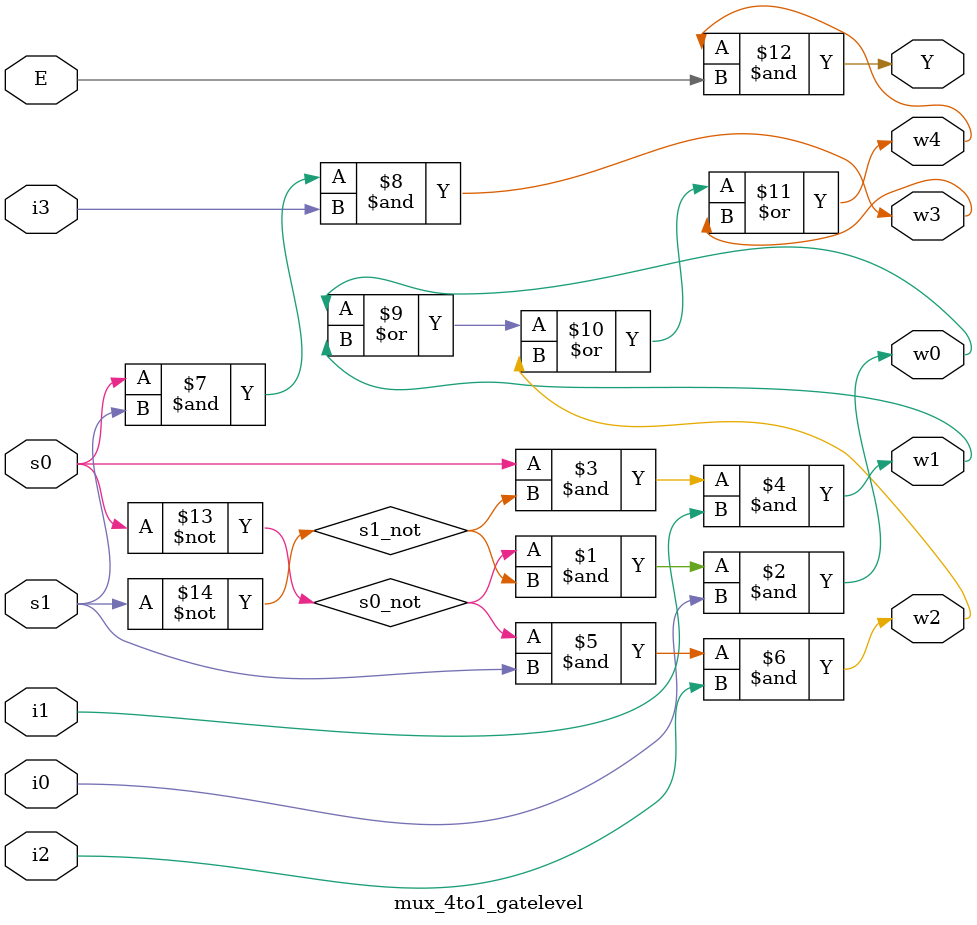
<source format=v>
module mux_4to1_gatelevel(input i0,i1,i2,i3,s0,s1,E, output Y,w0,w1,w2,w3,w4);

wire s0_not,s1_not;
not g0(s0_not,s0);
not g1(s1_not,s1);
and g2(w0,s0_not,s1_not,i0);
and g3(w1,s0,s1_not,i1);
and g4(w2,s0_not,s1,i2);
and g5(w3,s0,s1,i3);
or  g6(w4,w0,w1,w2,w3);
and g7(Y,w4,E);

endmodule
</source>
